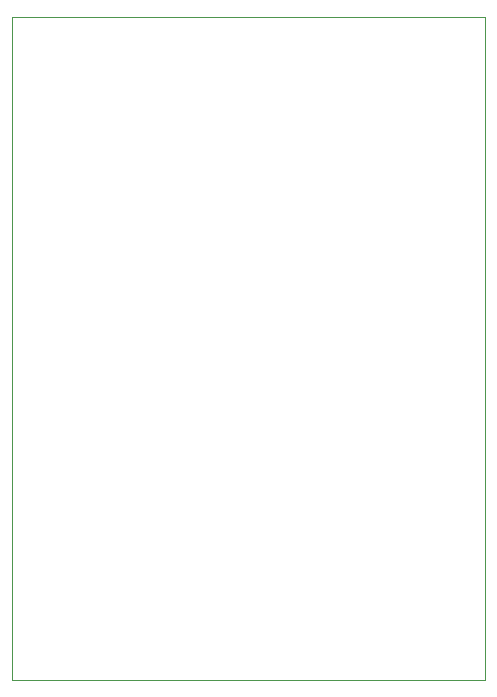
<source format=gm1>
G04 #@! TF.GenerationSoftware,KiCad,Pcbnew,7.0.9*
G04 #@! TF.CreationDate,2024-04-20T19:07:20+02:00*
G04 #@! TF.ProjectId,NFC_Programmer,4e46435f-5072-46f6-9772-616d6d65722e,3.0*
G04 #@! TF.SameCoordinates,Original*
G04 #@! TF.FileFunction,Profile,NP*
%FSLAX46Y46*%
G04 Gerber Fmt 4.6, Leading zero omitted, Abs format (unit mm)*
G04 Created by KiCad (PCBNEW 7.0.9) date 2024-04-20 19:07:20*
%MOMM*%
%LPD*%
G01*
G04 APERTURE LIST*
G04 #@! TA.AperFunction,Profile*
%ADD10C,0.100000*%
G04 #@! TD*
G04 APERTURE END LIST*
D10*
X160200000Y-110090000D02*
X158640000Y-110090000D01*
X120170000Y-110090000D01*
X120170000Y-53990000D01*
X160200000Y-53990000D01*
X160200000Y-110090000D01*
M02*

</source>
